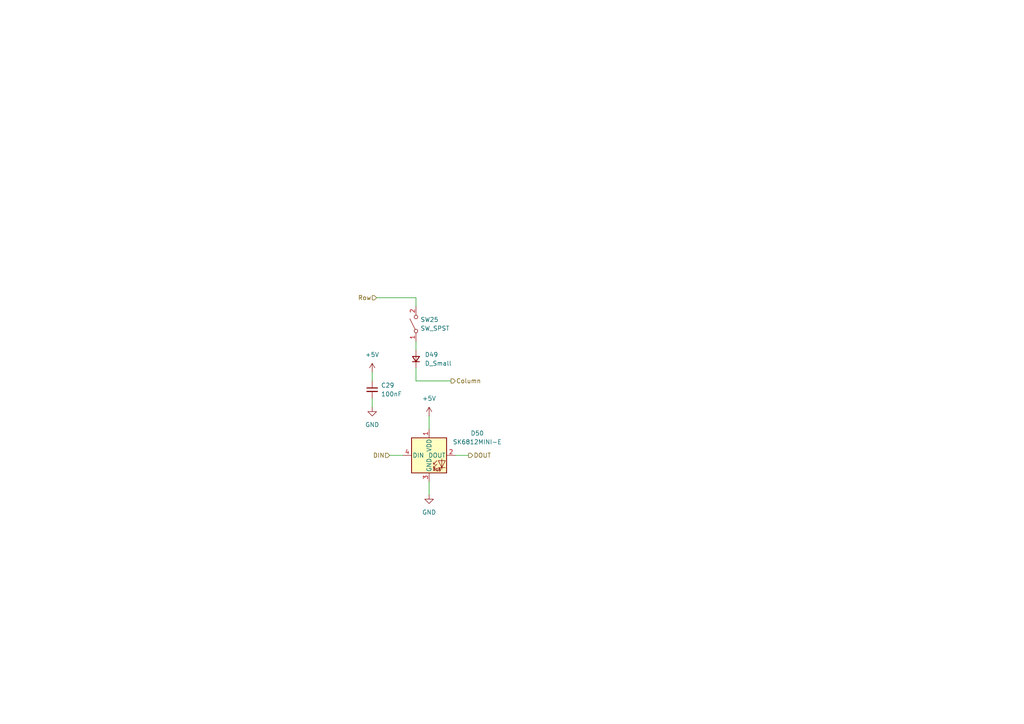
<source format=kicad_sch>
(kicad_sch (version 20250114) (generator "eeschema") (generator_version "9.0")
  (paper "A4")
  (lib_symbols
    (symbol "Device:C_Small" (pin_numbers (hide yes)) (pin_names (offset 0.254) (hide yes))
      (property "Reference" "C" (at 0.254 1.778 0))
      (property "Value" "C_Small" (at 0.254 -2.032 0))
      (symbol "C_Small_0_1"
        (polyline (pts (xy -1.524 0.508) (xy 1.524 0.508)) (stroke (width 0.3048)))
        (polyline (pts (xy -1.524 -0.508) (xy 1.524 -0.508)) (stroke (width 0.3302)))
      )
      (symbol "C_Small_1_1"
        (pin passive line (at 0 2.54 270) (length 2.032) (name "~") (number "1"))
        (pin passive line (at 0 -2.54 90) (length 2.032) (name "~") (number "2"))
      )
    )
    (symbol "Device:D_Small" (pin_numbers (hide yes)) (pin_names (offset 0.254) (hide yes))
      (property "Reference" "D" (at -1.27 2.032 0))
      (property "Value" "D_Small" (at -3.81 -2.032 0))
      (symbol "D_Small_0_1"
        (polyline (pts (xy -0.762 0) (xy 0.762 0)))
        (polyline (pts (xy -0.762 -1.016) (xy -0.762 1.016)) (stroke (width 0.254)))
        (polyline (pts (xy 0.762 -1.016) (xy -0.762 0) (xy 0.762 1.016) (xy 0.762 -1.016)) (stroke (width 0.254)))
      )
      (symbol "D_Small_1_1"
        (pin passive line (at -2.54 0 0) (length 1.778) (name "K") (number "1"))
        (pin passive line (at 2.54 0 180) (length 1.778) (name "A") (number "2"))
      )
    )
    (symbol "SW-Adafruit:SK6812MINI-E" (pin_names (offset 0.254))
      (property "Reference" "D" (at 5.08 5.715 0))
      (property "Value" "SK6812MINI-E" (at 1.27 -5.715 0))
      (symbol "SK6812MINI-E_0_0"
        (text "RGB" (at 2.286 -4.191 0) (effects (font (size 0.762 0.762))))
      )
      (symbol "SK6812MINI-E_0_1"
        (polyline (pts (xy 1.27 -2.54) (xy 1.778 -2.54)))
        (polyline (pts (xy 1.27 -3.556) (xy 1.778 -3.556)))
        (polyline (pts (xy 2.286 -1.524) (xy 1.27 -2.54) (xy 1.27 -2.032)))
        (polyline (pts (xy 2.286 -2.54) (xy 1.27 -3.556) (xy 1.27 -3.048)))
        (polyline (pts (xy 3.683 -1.016) (xy 3.683 -3.556) (xy 3.683 -4.064)))
        (polyline (pts (xy 4.699 -1.524) (xy 2.667 -1.524) (xy 3.683 -3.556) (xy 4.699 -1.524)))
        (polyline (pts (xy 4.699 -3.556) (xy 2.667 -3.556)))
        (rectangle (start 5.08 5.08) (end -5.08 -5.08) (stroke (width 0.254)) (fill (type background)))
      )
      (symbol "SK6812MINI-E_1_1"
        (pin input line (at -7.62 0 0) (length 2.54) (name "DIN") (number "4"))
        (pin power_in line (at 0 7.62 270) (length 2.54) (name "VDD") (number "1"))
        (pin power_in line (at 0 -7.62 90) (length 2.54) (name "GND") (number "3"))
        (pin output line (at 7.62 0 180) (length 2.54) (name "DOUT") (number "2"))
      )
    )
    (symbol "Switch:SW_SPST" (pin_names (offset 0) (hide yes))
      (property "Reference" "SW" (at 0 3.175 0))
      (property "Value" "SW_SPST" (at 0 -2.54 0))
      (symbol "SW_SPST_0_0"
        (circle (center -2.032 0) (radius 0.508))
        (polyline (pts (xy -1.524 0.254) (xy 1.524 1.778)))
        (circle (center 2.032 0) (radius 0.508))
      )
      (symbol "SW_SPST_1_1"
        (pin passive line (at -5.08 0 0) (length 2.54) (name "A") (number "1"))
        (pin passive line (at 5.08 0 180) (length 2.54) (name "B") (number "2"))
      )
    )
    (symbol "power:+5V" (power) (pin_numbers (hide yes)) (pin_names (offset 0) (hide yes))
      (property "Value" "+5V" (at 0 3.556 0))
      (symbol "+5V_0_1"
        (polyline (pts (xy -0.762 1.27) (xy 0 2.54)))
        (polyline (pts (xy 0 2.54) (xy 0.762 1.27)))
        (polyline (pts (xy 0 0) (xy 0 2.54)))
      )
      (symbol "+5V_1_1"
        (pin power_in line (at 0 0 90) (length 0) (name "~") (number "1"))
      )
    )
    (symbol "power:GND" (power) (pin_numbers (hide yes)) (pin_names (offset 0) (hide yes))
      (property "Value" "GND" (at 0 -3.81 0))
      (symbol "GND_0_1"
        (polyline (pts (xy 0 0) (xy 0 -1.27) (xy 1.27 -1.27) (xy 0 -2.54) (xy -1.27 -1.27) (xy 0 -1.27)))
      )
      (symbol "GND_1_1"
        (pin power_in line (at 0 0 270) (length 0) (name "~") (number "1"))
      )
    )
  )
  (wire (pts (xy 120.65 86.36) (xy 120.65 88.9)))
  (wire (pts (xy 107.95 115.57) (xy 107.95 118.11)))
  (wire (pts (xy 120.65 110.49) (xy 130.81 110.49)))
  (wire (pts (xy 120.65 99.06) (xy 120.65 101.6)))
  (wire (pts (xy 132.08 132.08) (xy 135.89 132.08)))
  (wire (pts (xy 109.22 86.36) (xy 120.65 86.36)))
  (wire (pts (xy 113.03 132.08) (xy 116.84 132.08)))
  (wire (pts (xy 107.95 107.95) (xy 107.95 110.49)))
  (wire (pts (xy 124.46 139.7) (xy 124.46 143.51)))
  (wire (pts (xy 124.46 120.65) (xy 124.46 124.46)))
  (wire (pts (xy 120.65 106.68) (xy 120.65 110.49)))
  (hierarchical_label "Column" (shape output) (at 130.81 110.49 0))
  (hierarchical_label "Row" (shape input) (at 109.22 86.36 180))
  (hierarchical_label "DIN" (shape input) (at 113.03 132.08 180))
  (hierarchical_label "DOUT" (shape output) (at 135.89 132.08 0))
  (symbol (lib_id "power:GND") (at 107.95 118.11 0) (unit 1)
    (property "Reference" "#PWR0113" (effects (hide yes)))
    (property "Value" "GND" (at 107.95 123.19 0))
    (property "Description" "Power symbol creates a global label with name \"GND\" , ground" (effects (hide yes)))
  )
  (symbol (lib_id "power:+5V") (at 124.46 120.65 0) (unit 1)
    (property "Reference" "#PWR0114" (effects (hide yes)))
    (property "Value" "+5V" (at 124.46 115.57 0))
    (property "Description" "Power symbol creates a global label with name \"+5V\"" (effects (hide yes)))
  )
  (symbol (lib_id "Device:D_Small") (at 120.65 104.14 90) (unit 1)
    (property "Reference" "D49" (at 123.19 102.8699 90) (effects (justify right)))
    (property "Value" "D_Small" (at 123.19 105.4099 90) (effects (justify right)))
    (property "Footprint" "Diode_SMD:D_SOD-123" (effects (hide yes)))
    (property "Description" "Diode, small symbol" (effects (hide yes)))
    (property "Sim.Device" "D" (effects (hide yes)))
    (property "Sim.Pins" "1=K 2=A" (effects (hide yes)))
  )
  (symbol (lib_id "power:GND") (at 124.46 143.51 0) (unit 1)
    (property "Reference" "#PWR0115" (effects (hide yes)))
    (property "Value" "GND" (at 124.46 148.59 0))
    (property "Description" "Power symbol creates a global label with name \"GND\" , ground" (effects (hide yes)))
  )
  (symbol (lib_id "Switch:SW_SPST") (at 120.65 93.98 90) (unit 1)
    (property "Reference" "SW25" (at 121.92 92.7099 90) (effects (justify right)))
    (property "Value" "SW_SPST" (at 121.92 95.2499 90) (effects (justify right)))
    (property "Footprint" "PCM_Switch_Keyboard_Hotswap_Kailh:SW_Hotswap_Kailh_MX_2.00u" (effects (hide yes)))
    (property "Description" "Single Pole Single Throw (SPST) switch" (effects (hide yes)))
  )
  (symbol (lib_id "Device:C_Small") (at 107.95 113.03 0) (unit 1)
    (property "Reference" "C29" (at 110.49 111.7662 0) (effects (justify left)))
    (property "Value" "100nF" (at 110.49 114.3062 0) (effects (justify left)))
    (property "Footprint" "Capacitor_SMD:C_1206_3216Metric_Pad1.33x1.80mm_HandSolder" (effects (hide yes)))
    (property "Description" "Unpolarized capacitor, small symbol" (effects (hide yes)))
  )
  (symbol (lib_id "power:+5V") (at 107.95 107.95 0) (unit 1)
    (property "Reference" "#PWR0112" (effects (hide yes)))
    (property "Value" "+5V" (at 107.95 102.87 0))
    (property "Description" "Power symbol creates a global label with name \"+5V\"" (effects (hide yes)))
  )
  (symbol (lib_id "SW-Adafruit:SK6812MINI-E") (at 124.46 132.08 0) (unit 1)
    (property "Reference" "D50" (at 138.43 125.6598 0))
    (property "Value" "SK6812MINI-E" (at 138.43 128.1998 0))
    (property "Footprint" "SW-Adafruit:LED_SK6812MINI-E_REVERSE_MOUNT_3.2x2.8mm_P1.09mm" (effects (hide yes)))
    (property "Datasheet" "https://cdn-shop.adafruit.com/product-files/4960/4960_SK6812MINI-E_REV02_EN.pdf" (effects (hide yes)))
    (property "Description" "RGB LED with integrated controller" (effects (hide yes)))
  )
)
</source>
